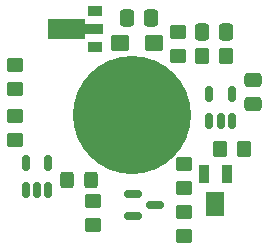
<source format=gbp>
%TF.GenerationSoftware,KiCad,Pcbnew,(6.0.1)*%
%TF.CreationDate,2024-02-25T12:41:37+01:00*%
%TF.ProjectId,Lin1,4c696e31-2e6b-4696-9361-645f70636258,rev?*%
%TF.SameCoordinates,Original*%
%TF.FileFunction,Paste,Bot*%
%TF.FilePolarity,Positive*%
%FSLAX46Y46*%
G04 Gerber Fmt 4.6, Leading zero omitted, Abs format (unit mm)*
G04 Created by KiCad (PCBNEW (6.0.1)) date 2024-02-25 12:41:37*
%MOMM*%
%LPD*%
G01*
G04 APERTURE LIST*
G04 Aperture macros list*
%AMRoundRect*
0 Rectangle with rounded corners*
0 $1 Rounding radius*
0 $2 $3 $4 $5 $6 $7 $8 $9 X,Y pos of 4 corners*
0 Add a 4 corners polygon primitive as box body*
4,1,4,$2,$3,$4,$5,$6,$7,$8,$9,$2,$3,0*
0 Add four circle primitives for the rounded corners*
1,1,$1+$1,$2,$3*
1,1,$1+$1,$4,$5*
1,1,$1+$1,$6,$7*
1,1,$1+$1,$8,$9*
0 Add four rect primitives between the rounded corners*
20,1,$1+$1,$2,$3,$4,$5,0*
20,1,$1+$1,$4,$5,$6,$7,0*
20,1,$1+$1,$6,$7,$8,$9,0*
20,1,$1+$1,$8,$9,$2,$3,0*%
%AMFreePoly0*
4,1,9,3.862500,-0.866500,0.737500,-0.866500,0.737500,-0.450000,-0.737500,-0.450000,-0.737500,0.450000,0.737500,0.450000,0.737500,0.866500,3.862500,0.866500,3.862500,-0.866500,3.862500,-0.866500,$1*%
G04 Aperture macros list end*
%ADD10RoundRect,0.250000X-0.537500X-0.425000X0.537500X-0.425000X0.537500X0.425000X-0.537500X0.425000X0*%
%ADD11RoundRect,0.250000X0.450000X-0.350000X0.450000X0.350000X-0.450000X0.350000X-0.450000X-0.350000X0*%
%ADD12RoundRect,0.250000X0.325000X0.450000X-0.325000X0.450000X-0.325000X-0.450000X0.325000X-0.450000X0*%
%ADD13C,10.000000*%
%ADD14RoundRect,0.250000X-0.450000X0.350000X-0.450000X-0.350000X0.450000X-0.350000X0.450000X0.350000X0*%
%ADD15RoundRect,0.150000X-0.587500X-0.150000X0.587500X-0.150000X0.587500X0.150000X-0.587500X0.150000X0*%
%ADD16RoundRect,0.250000X-0.350000X-0.450000X0.350000X-0.450000X0.350000X0.450000X-0.350000X0.450000X0*%
%ADD17RoundRect,0.250000X0.475000X-0.337500X0.475000X0.337500X-0.475000X0.337500X-0.475000X-0.337500X0*%
%ADD18RoundRect,0.150000X0.150000X-0.512500X0.150000X0.512500X-0.150000X0.512500X-0.150000X-0.512500X0*%
%ADD19RoundRect,0.250000X0.337500X0.475000X-0.337500X0.475000X-0.337500X-0.475000X0.337500X-0.475000X0*%
%ADD20R,1.300000X0.900000*%
%ADD21FreePoly0,180.000000*%
%ADD22RoundRect,0.250000X-0.337500X-0.475000X0.337500X-0.475000X0.337500X0.475000X-0.337500X0.475000X0*%
%ADD23RoundRect,0.250000X0.350000X0.450000X-0.350000X0.450000X-0.350000X-0.450000X0.350000X-0.450000X0*%
%ADD24R,0.939800X1.549400*%
%ADD25R,1.498600X2.133600*%
G04 APERTURE END LIST*
D10*
X149025000Y-93900000D03*
X151900000Y-93900000D03*
D11*
X146700000Y-109300000D03*
X146700000Y-107300000D03*
D12*
X146567000Y-105500000D03*
X144517000Y-105500000D03*
D13*
X150000000Y-100000000D03*
D14*
X140100000Y-95774000D03*
X140100000Y-97774000D03*
X154432000Y-104156000D03*
X154432000Y-106156000D03*
D15*
X150125000Y-108550000D03*
X150125000Y-106650000D03*
X152000000Y-107600000D03*
D16*
X157496000Y-102870000D03*
X159496000Y-102870000D03*
D17*
X160274000Y-99081500D03*
X160274000Y-97006500D03*
D18*
X158496000Y-100451500D03*
X157546000Y-100451500D03*
X156596000Y-100451500D03*
X156596000Y-98176500D03*
X158496000Y-98176500D03*
X142936000Y-106293500D03*
X141986000Y-106293500D03*
X141036000Y-106293500D03*
X141036000Y-104018500D03*
X142936000Y-104018500D03*
D19*
X158009500Y-92964000D03*
X155934500Y-92964000D03*
D20*
X146938000Y-91210000D03*
D21*
X146850500Y-92710000D03*
D20*
X146938000Y-94210000D03*
D14*
X154432000Y-108220000D03*
X154432000Y-110220000D03*
D22*
X149584500Y-91800000D03*
X151659500Y-91800000D03*
D23*
X157972000Y-94996000D03*
X155972000Y-94996000D03*
D24*
X156150000Y-104995700D03*
D25*
X157100000Y-107472200D03*
D24*
X158050000Y-104995700D03*
D14*
X153924000Y-92964000D03*
X153924000Y-94964000D03*
X140100000Y-100092000D03*
X140100000Y-102092000D03*
M02*

</source>
